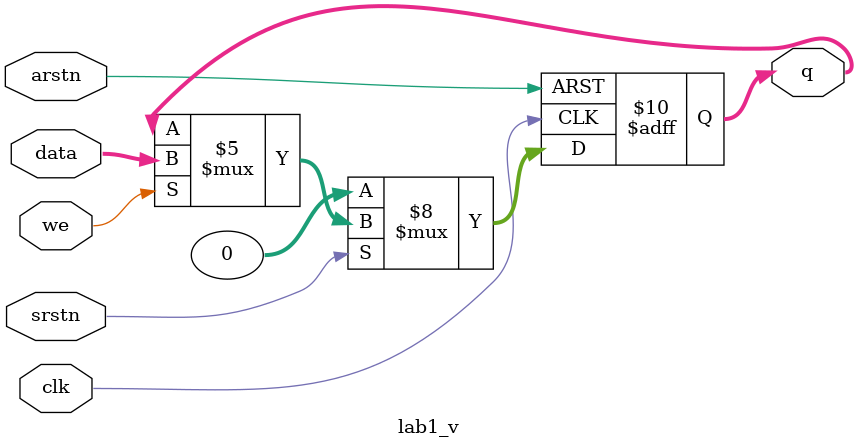
<source format=v>
`timescale 1ns/1ps
module lab1_v(clk, we, data, q, arstn, srstn);

input clk, we, arstn, srstn;
input [31:0] data;
output reg [31:0] q;

always @(posedge clk or negedge arstn) begin /* This code was taken from the Lab_1 of Anton Kotsiubailo*/
	if(!arstn) begin 
		q <= 32'h0;
		end else if(!srstn) begin 
		q <= 32'h0;
		end else if(we) begin
		q <= data;
		end else begin 
		q <= q;
		end 
	end
endmodule 


</source>
